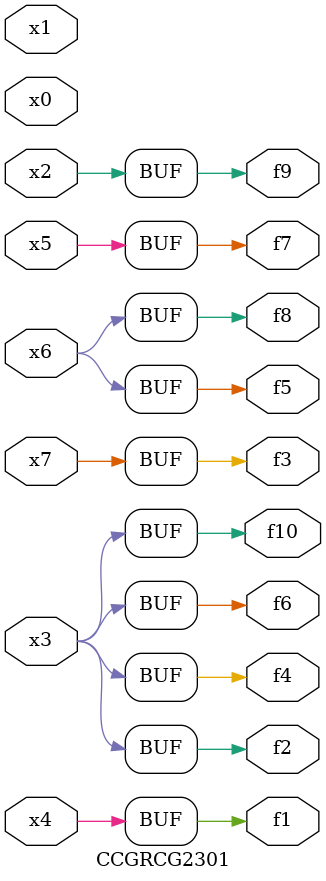
<source format=v>
module CCGRCG2301(
	input x0, x1, x2, x3, x4, x5, x6, x7,
	output f1, f2, f3, f4, f5, f6, f7, f8, f9, f10
);
	assign f1 = x4;
	assign f2 = x3;
	assign f3 = x7;
	assign f4 = x3;
	assign f5 = x6;
	assign f6 = x3;
	assign f7 = x5;
	assign f8 = x6;
	assign f9 = x2;
	assign f10 = x3;
endmodule

</source>
